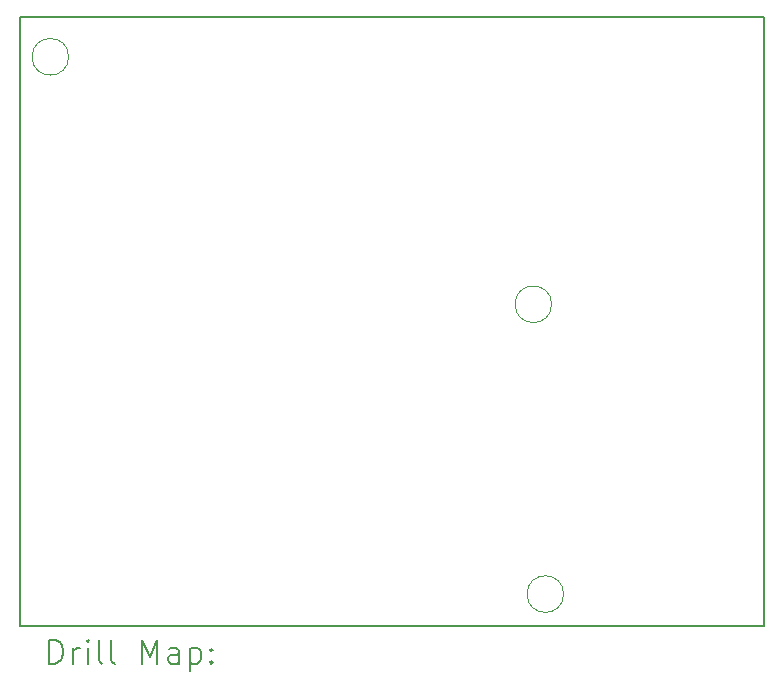
<source format=gbr>
%TF.GenerationSoftware,KiCad,Pcbnew,7.0.10*%
%TF.CreationDate,2024-08-15T01:47:56-04:00*%
%TF.ProjectId,Mainboard PCB,4d61696e-626f-4617-9264-205043422e6b,rev?*%
%TF.SameCoordinates,Original*%
%TF.FileFunction,Drillmap*%
%TF.FilePolarity,Positive*%
%FSLAX45Y45*%
G04 Gerber Fmt 4.5, Leading zero omitted, Abs format (unit mm)*
G04 Created by KiCad (PCBNEW 7.0.10) date 2024-08-15 01:47:56*
%MOMM*%
%LPD*%
G01*
G04 APERTURE LIST*
%ADD10C,0.150000*%
%ADD11C,0.100000*%
%ADD12C,0.200000*%
G04 APERTURE END LIST*
D10*
X1200000Y-1200000D02*
X7500000Y-1200000D01*
X7500000Y-6352300D01*
X1200000Y-6352300D01*
X1200000Y-1200000D01*
D11*
X5704923Y-3629577D02*
G75*
G03*
X5394877Y-3629577I-155023J0D01*
G01*
X5394877Y-3629577D02*
G75*
G03*
X5704923Y-3629577I155023J0D01*
G01*
X5806523Y-6083300D02*
G75*
G03*
X5496477Y-6083300I-155023J0D01*
G01*
X5496477Y-6083300D02*
G75*
G03*
X5806523Y-6083300I155023J0D01*
G01*
X1615523Y-1534077D02*
G75*
G03*
X1305477Y-1534077I-155023J0D01*
G01*
X1305477Y-1534077D02*
G75*
G03*
X1615523Y-1534077I155023J0D01*
G01*
D12*
X1453277Y-6671284D02*
X1453277Y-6471284D01*
X1453277Y-6471284D02*
X1500896Y-6471284D01*
X1500896Y-6471284D02*
X1529467Y-6480808D01*
X1529467Y-6480808D02*
X1548515Y-6499855D01*
X1548515Y-6499855D02*
X1558039Y-6518903D01*
X1558039Y-6518903D02*
X1567562Y-6556998D01*
X1567562Y-6556998D02*
X1567562Y-6585569D01*
X1567562Y-6585569D02*
X1558039Y-6623665D01*
X1558039Y-6623665D02*
X1548515Y-6642712D01*
X1548515Y-6642712D02*
X1529467Y-6661760D01*
X1529467Y-6661760D02*
X1500896Y-6671284D01*
X1500896Y-6671284D02*
X1453277Y-6671284D01*
X1653277Y-6671284D02*
X1653277Y-6537950D01*
X1653277Y-6576046D02*
X1662801Y-6556998D01*
X1662801Y-6556998D02*
X1672324Y-6547474D01*
X1672324Y-6547474D02*
X1691372Y-6537950D01*
X1691372Y-6537950D02*
X1710420Y-6537950D01*
X1777086Y-6671284D02*
X1777086Y-6537950D01*
X1777086Y-6471284D02*
X1767562Y-6480808D01*
X1767562Y-6480808D02*
X1777086Y-6490331D01*
X1777086Y-6490331D02*
X1786610Y-6480808D01*
X1786610Y-6480808D02*
X1777086Y-6471284D01*
X1777086Y-6471284D02*
X1777086Y-6490331D01*
X1900896Y-6671284D02*
X1881848Y-6661760D01*
X1881848Y-6661760D02*
X1872324Y-6642712D01*
X1872324Y-6642712D02*
X1872324Y-6471284D01*
X2005658Y-6671284D02*
X1986610Y-6661760D01*
X1986610Y-6661760D02*
X1977086Y-6642712D01*
X1977086Y-6642712D02*
X1977086Y-6471284D01*
X2234229Y-6671284D02*
X2234229Y-6471284D01*
X2234229Y-6471284D02*
X2300896Y-6614141D01*
X2300896Y-6614141D02*
X2367563Y-6471284D01*
X2367563Y-6471284D02*
X2367563Y-6671284D01*
X2548515Y-6671284D02*
X2548515Y-6566522D01*
X2548515Y-6566522D02*
X2538991Y-6547474D01*
X2538991Y-6547474D02*
X2519944Y-6537950D01*
X2519944Y-6537950D02*
X2481848Y-6537950D01*
X2481848Y-6537950D02*
X2462801Y-6547474D01*
X2548515Y-6661760D02*
X2529467Y-6671284D01*
X2529467Y-6671284D02*
X2481848Y-6671284D01*
X2481848Y-6671284D02*
X2462801Y-6661760D01*
X2462801Y-6661760D02*
X2453277Y-6642712D01*
X2453277Y-6642712D02*
X2453277Y-6623665D01*
X2453277Y-6623665D02*
X2462801Y-6604617D01*
X2462801Y-6604617D02*
X2481848Y-6595093D01*
X2481848Y-6595093D02*
X2529467Y-6595093D01*
X2529467Y-6595093D02*
X2548515Y-6585569D01*
X2643753Y-6537950D02*
X2643753Y-6737950D01*
X2643753Y-6547474D02*
X2662801Y-6537950D01*
X2662801Y-6537950D02*
X2700896Y-6537950D01*
X2700896Y-6537950D02*
X2719944Y-6547474D01*
X2719944Y-6547474D02*
X2729467Y-6556998D01*
X2729467Y-6556998D02*
X2738991Y-6576046D01*
X2738991Y-6576046D02*
X2738991Y-6633188D01*
X2738991Y-6633188D02*
X2729467Y-6652236D01*
X2729467Y-6652236D02*
X2719944Y-6661760D01*
X2719944Y-6661760D02*
X2700896Y-6671284D01*
X2700896Y-6671284D02*
X2662801Y-6671284D01*
X2662801Y-6671284D02*
X2643753Y-6661760D01*
X2824705Y-6652236D02*
X2834229Y-6661760D01*
X2834229Y-6661760D02*
X2824705Y-6671284D01*
X2824705Y-6671284D02*
X2815182Y-6661760D01*
X2815182Y-6661760D02*
X2824705Y-6652236D01*
X2824705Y-6652236D02*
X2824705Y-6671284D01*
X2824705Y-6547474D02*
X2834229Y-6556998D01*
X2834229Y-6556998D02*
X2824705Y-6566522D01*
X2824705Y-6566522D02*
X2815182Y-6556998D01*
X2815182Y-6556998D02*
X2824705Y-6547474D01*
X2824705Y-6547474D02*
X2824705Y-6566522D01*
M02*

</source>
